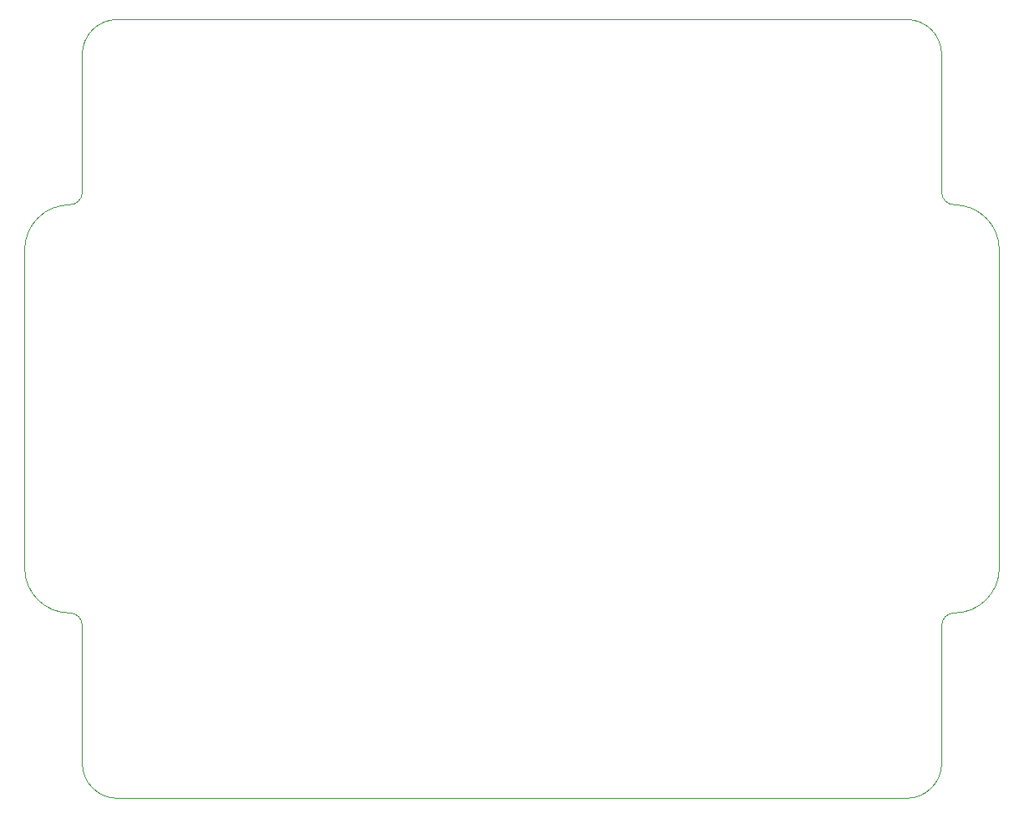
<source format=gbr>
G04 #@! TF.GenerationSoftware,KiCad,Pcbnew,(5.1.5)-3*
G04 #@! TF.CreationDate,2020-06-25T17:10:35+03:00*
G04 #@! TF.ProjectId,genv01_2,67656e76-3031-45f3-922e-6b696361645f,rev?*
G04 #@! TF.SameCoordinates,Original*
G04 #@! TF.FileFunction,Profile,NP*
%FSLAX46Y46*%
G04 Gerber Fmt 4.6, Leading zero omitted, Abs format (unit mm)*
G04 Created by KiCad (PCBNEW (5.1.5)-3) date 2020-06-25 17:10:35*
%MOMM*%
%LPD*%
G04 APERTURE LIST*
G04 #@! TA.AperFunction,Profile*
%ADD10C,0.050000*%
G04 #@! TD*
G04 APERTURE END LIST*
D10*
X110744000Y-54864000D02*
X190754000Y-54864000D01*
X110744000Y-133858000D02*
G75*
G02X107188000Y-130302000I0J3556000D01*
G01*
X107188000Y-130302000D02*
X107188000Y-116332000D01*
X107188000Y-58420000D02*
G75*
G02X110744000Y-54864000I3556000J0D01*
G01*
X194310000Y-72390000D02*
X194310000Y-58420000D01*
X105918000Y-115062000D02*
G75*
G02X101346000Y-110490000I0J4572000D01*
G01*
X200152000Y-110490000D02*
G75*
G02X195580000Y-115062000I-4572000J0D01*
G01*
X190754000Y-54864000D02*
G75*
G02X194310000Y-58420000I0J-3556000D01*
G01*
X194310000Y-116332000D02*
X194310000Y-130302000D01*
X190754000Y-133858000D02*
X110744000Y-133858000D01*
X105918000Y-115062000D02*
G75*
G02X107188000Y-116332000I0J-1270000D01*
G01*
X194310000Y-130302000D02*
G75*
G02X190754000Y-133858000I-3556000J0D01*
G01*
X107188000Y-72390000D02*
X107188000Y-58420000D01*
X107188000Y-72390000D02*
G75*
G02X105918000Y-73660000I-1270000J0D01*
G01*
X195580000Y-73660000D02*
G75*
G02X194310000Y-72390000I0J1270000D01*
G01*
X194310000Y-116332000D02*
G75*
G02X195580000Y-115062000I1270000J0D01*
G01*
X101346000Y-78232000D02*
G75*
G02X105918000Y-73660000I4572000J0D01*
G01*
X200152000Y-78232000D02*
X200152000Y-110490000D01*
X101346000Y-78232000D02*
X101346000Y-110490000D01*
X195580000Y-73660000D02*
G75*
G02X200152000Y-78232000I0J-4572000D01*
G01*
M02*

</source>
